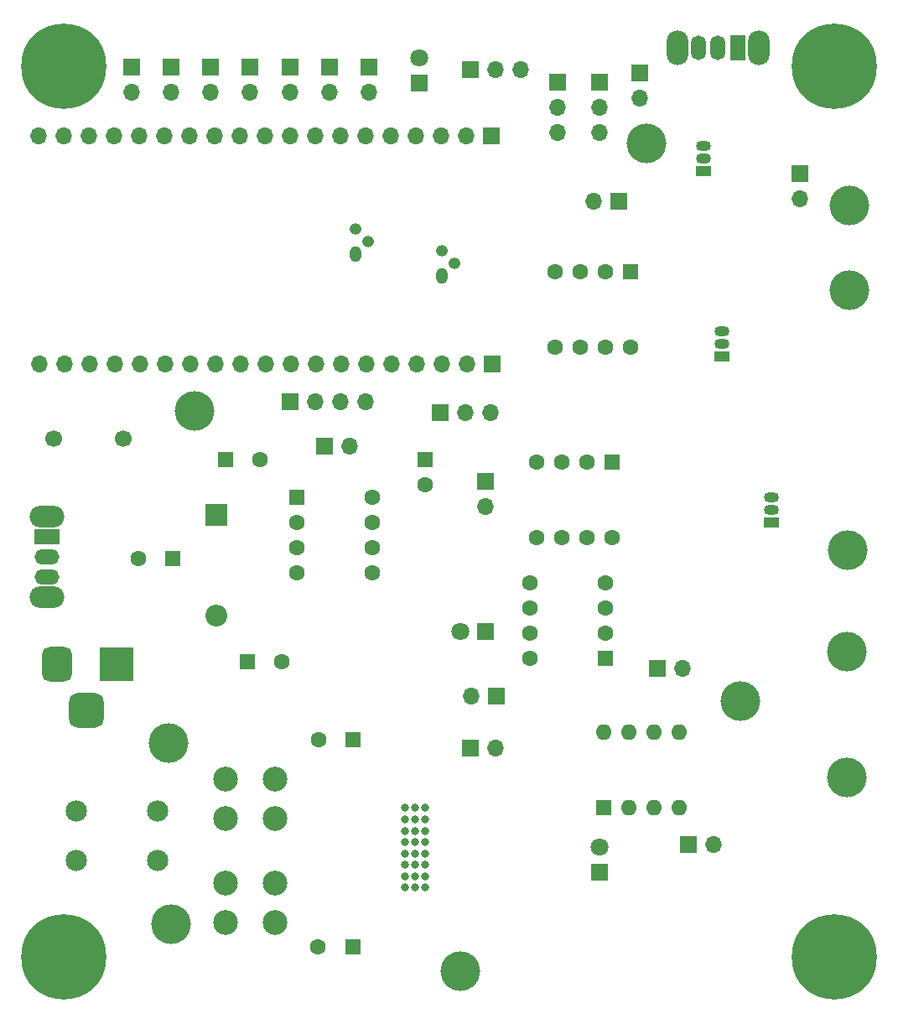
<source format=gbr>
%TF.GenerationSoftware,KiCad,Pcbnew,8.0.6*%
%TF.CreationDate,2024-11-21T01:01:48-08:00*%
%TF.ProjectId,ECE 411 Project,45434520-3431-4312-9050-726f6a656374,r1.6*%
%TF.SameCoordinates,Original*%
%TF.FileFunction,Soldermask,Bot*%
%TF.FilePolarity,Negative*%
%FSLAX46Y46*%
G04 Gerber Fmt 4.6, Leading zero omitted, Abs format (unit mm)*
G04 Created by KiCad (PCBNEW 8.0.6) date 2024-11-21 01:01:48*
%MOMM*%
%LPD*%
G01*
G04 APERTURE LIST*
G04 Aperture macros list*
%AMRoundRect*
0 Rectangle with rounded corners*
0 $1 Rounding radius*
0 $2 $3 $4 $5 $6 $7 $8 $9 X,Y pos of 4 corners*
0 Add a 4 corners polygon primitive as box body*
4,1,4,$2,$3,$4,$5,$6,$7,$8,$9,$2,$3,0*
0 Add four circle primitives for the rounded corners*
1,1,$1+$1,$2,$3*
1,1,$1+$1,$4,$5*
1,1,$1+$1,$6,$7*
1,1,$1+$1,$8,$9*
0 Add four rect primitives between the rounded corners*
20,1,$1+$1,$2,$3,$4,$5,0*
20,1,$1+$1,$4,$5,$6,$7,0*
20,1,$1+$1,$6,$7,$8,$9,0*
20,1,$1+$1,$8,$9,$2,$3,0*%
G04 Aperture macros list end*
%ADD10R,1.700000X1.700000*%
%ADD11O,1.700000X1.700000*%
%ADD12R,1.800000X1.800000*%
%ADD13C,1.800000*%
%ADD14C,4.000000*%
%ADD15R,1.600000X1.600000*%
%ADD16C,1.600000*%
%ADD17R,1.500000X1.050000*%
%ADD18O,1.500000X1.050000*%
%ADD19O,1.200000X1.600000*%
%ADD20O,1.200000X1.200000*%
%ADD21O,1.600000X1.600000*%
%ADD22R,3.500000X3.500000*%
%ADD23RoundRect,0.750000X-0.750000X-1.000000X0.750000X-1.000000X0.750000X1.000000X-0.750000X1.000000X0*%
%ADD24RoundRect,0.875000X-0.875000X-0.875000X0.875000X-0.875000X0.875000X0.875000X-0.875000X0.875000X0*%
%ADD25C,2.500000*%
%ADD26R,2.200000X2.200000*%
%ADD27O,2.200000X2.200000*%
%ADD28C,4.700000*%
%ADD29C,8.600000*%
%ADD30C,1.700000*%
%ADD31C,2.154000*%
%ADD32C,0.800000*%
%ADD33O,3.500000X2.200000*%
%ADD34R,2.500000X1.500000*%
%ADD35O,2.500000X1.500000*%
%ADD36O,2.200000X3.500000*%
%ADD37R,1.500000X2.500000*%
%ADD38O,1.500000X2.500000*%
G04 APERTURE END LIST*
D10*
%TO.C,RV5*%
X86550000Y-30300000D03*
D11*
X86550000Y-32840000D03*
X86550000Y-35380000D03*
%TD*%
D12*
%TO.C,D3*%
X90750000Y-110000000D03*
D13*
X90750000Y-107460000D03*
%TD*%
D10*
%TO.C,SW3*%
X51500000Y-28750000D03*
D11*
X51500000Y-31290000D03*
%TD*%
D14*
%TO.C,FUZ-CHO1*%
X95500000Y-36500000D03*
%TD*%
D15*
%TO.C,C42*%
X47700000Y-78400000D03*
D16*
X44200000Y-78400000D03*
%TD*%
D17*
%TO.C,Q3*%
X103160000Y-57970000D03*
D18*
X103160000Y-56700000D03*
X103160000Y-55430000D03*
%TD*%
D19*
%TO.C,Q6*%
X74892500Y-49870000D03*
D20*
X76162500Y-48600000D03*
X74892500Y-47330000D03*
%TD*%
D14*
%TO.C,GND1*%
X76750000Y-120000000D03*
%TD*%
%TO.C,SPK+1*%
X47500000Y-115300000D03*
%TD*%
D15*
%TO.C,U5*%
X91200000Y-103550000D03*
D21*
X93740000Y-103550000D03*
X96280000Y-103550000D03*
X98820000Y-103550000D03*
X98820000Y-95930000D03*
X96280000Y-95930000D03*
X93740000Y-95930000D03*
X91200000Y-95930000D03*
%TD*%
D10*
%TO.C,SW2*%
X47500000Y-28750000D03*
D11*
X47500000Y-31290000D03*
%TD*%
D15*
%TO.C,C8*%
X55200000Y-88750000D03*
D16*
X58700000Y-88750000D03*
%TD*%
D22*
%TO.C,J1*%
X42000000Y-89000000D03*
D23*
X36000000Y-89000000D03*
D24*
X39000000Y-93700000D03*
%TD*%
D10*
%TO.C,CHTPS1*%
X74700000Y-63600000D03*
D11*
X77240000Y-63600000D03*
X79780000Y-63600000D03*
%TD*%
D14*
%TO.C,LINE_{OUT}1*%
X105000000Y-92750000D03*
%TD*%
D25*
%TO.C,L1*%
X58000000Y-111150000D03*
X58000000Y-115150000D03*
X53000000Y-111150000D03*
X53000000Y-115150000D03*
%TD*%
D10*
%TO.C,RV3*%
X96650000Y-89475000D03*
D11*
X99190000Y-89475000D03*
%TD*%
D17*
%TO.C,Q4*%
X108160000Y-74770000D03*
D18*
X108160000Y-73500000D03*
X108160000Y-72230000D03*
%TD*%
D15*
%TO.C,U3*%
X92010000Y-68595000D03*
D16*
X89470000Y-68595000D03*
X86930000Y-68595000D03*
X84390000Y-68595000D03*
X84390000Y-76215000D03*
X86930000Y-76215000D03*
X89470000Y-76215000D03*
X92010000Y-76215000D03*
%TD*%
D26*
%TO.C,D2*%
X52100000Y-74000000D03*
D27*
X52100000Y-84160000D03*
%TD*%
D28*
%TO.C,M4*%
X114500000Y-28700000D03*
D29*
X114500000Y-28700000D03*
%TD*%
D10*
%TO.C,J7*%
X92750000Y-42275000D03*
D11*
X90210000Y-42275000D03*
%TD*%
D14*
%TO.C,V9*%
X116000000Y-51250000D03*
%TD*%
D12*
%TO.C,D4*%
X79250000Y-85750000D03*
D13*
X76710000Y-85750000D03*
%TD*%
D10*
%TO.C,SW5*%
X59500000Y-28750000D03*
D11*
X59500000Y-31290000D03*
%TD*%
D30*
%TO.C,J4*%
X35700000Y-66300000D03*
X42700000Y-66300000D03*
%TD*%
D14*
%TO.C,SPK-1*%
X47250000Y-97000000D03*
%TD*%
D10*
%TO.C,RV2*%
X111000000Y-39500000D03*
D11*
X111000000Y-42040000D03*
%TD*%
D31*
%TO.C,J3*%
X46150000Y-103830000D03*
X37950000Y-103830000D03*
X46150000Y-108830000D03*
X37950000Y-108830000D03*
%TD*%
D25*
%TO.C,L2*%
X58000000Y-100650000D03*
X58000000Y-104650000D03*
X53000000Y-100650000D03*
X53000000Y-104650000D03*
%TD*%
D15*
%TO.C,C24*%
X65900000Y-96700000D03*
D16*
X62400000Y-96700000D03*
%TD*%
D10*
%TO.C,OLED1*%
X59500000Y-62500000D03*
D11*
X62040000Y-62500000D03*
X64580000Y-62500000D03*
X67120000Y-62500000D03*
%TD*%
D28*
%TO.C,M4*%
X36700000Y-118600000D03*
D29*
X36700000Y-118600000D03*
%TD*%
D15*
%TO.C,C22*%
X73150000Y-68400000D03*
D16*
X73150000Y-70900000D03*
%TD*%
D17*
%TO.C,Q2*%
X101250000Y-39250000D03*
D18*
X101250000Y-37980000D03*
X101250000Y-36710000D03*
%TD*%
D10*
%TO.C,J5*%
X77750000Y-97500000D03*
D11*
X80290000Y-97500000D03*
%TD*%
D10*
%TO.C,SW6*%
X63500000Y-28750000D03*
D11*
X63500000Y-31290000D03*
%TD*%
D15*
%TO.C,V3207D1*%
X93870000Y-49380000D03*
D16*
X91330000Y-49380000D03*
X88790000Y-49380000D03*
X86250000Y-49380000D03*
X86250000Y-57000000D03*
X88790000Y-57000000D03*
X91330000Y-57000000D03*
X93870000Y-57000000D03*
%TD*%
D32*
%TO.C,U9*%
X73152651Y-111600000D03*
X73152651Y-110450000D03*
X73152651Y-109300000D03*
X73152651Y-108150000D03*
X73152651Y-107000000D03*
X73152651Y-105850000D03*
X73152651Y-104700000D03*
X73152651Y-103550000D03*
X72152651Y-111600000D03*
X72152651Y-110450000D03*
X72152651Y-109300000D03*
X72152651Y-108150000D03*
X72152651Y-107000000D03*
X72152651Y-105850000D03*
X72152651Y-104700000D03*
X72152651Y-103550000D03*
X71152651Y-111600000D03*
X71152651Y-110450000D03*
X71152651Y-109300000D03*
X71152651Y-108150000D03*
X71152651Y-107000000D03*
X71152651Y-105850000D03*
X71152651Y-104700000D03*
X71152651Y-103550000D03*
%TD*%
D10*
%TO.C,J6*%
X79225000Y-70550000D03*
D11*
X79225000Y-73090000D03*
%TD*%
D10*
%TO.C,J2*%
X63000000Y-67000000D03*
D11*
X65540000Y-67000000D03*
%TD*%
D14*
%TO.C,GENOUT1*%
X116000000Y-42750000D03*
%TD*%
D28*
%TO.C,M4*%
X36700000Y-28700000D03*
D29*
X36700000Y-28700000D03*
%TD*%
D10*
%TO.C,RV7*%
X80350000Y-92225000D03*
D11*
X77810000Y-92225000D03*
%TD*%
D10*
%TO.C,U6*%
X79880000Y-35700000D03*
D11*
X77340000Y-35700000D03*
X74800000Y-35700000D03*
X72260000Y-35700000D03*
X69720000Y-35700000D03*
X67180000Y-35700000D03*
X64640000Y-35700000D03*
X62100000Y-35700000D03*
X59560000Y-35700000D03*
X57020000Y-35700000D03*
X54480000Y-35700000D03*
X51940000Y-35700000D03*
X49400000Y-35700000D03*
X46860000Y-35700000D03*
X44320000Y-35700000D03*
X41780000Y-35700000D03*
X39240000Y-35700000D03*
X36700000Y-35700000D03*
X34160000Y-35700000D03*
X34240000Y-58700000D03*
X36780000Y-58700000D03*
X39320000Y-58700000D03*
X41860000Y-58700000D03*
X44400000Y-58700000D03*
X46940000Y-58700000D03*
X49480000Y-58700000D03*
X52020000Y-58700000D03*
X54560000Y-58700000D03*
X57100000Y-58700000D03*
X59640000Y-58700000D03*
X62180000Y-58700000D03*
X64720000Y-58700000D03*
X67260000Y-58700000D03*
X69800000Y-58700000D03*
X72340000Y-58700000D03*
X74880000Y-58700000D03*
X77420000Y-58700000D03*
D10*
X79960000Y-58700000D03*
%TD*%
D14*
%TO.C,CHO-TRE1*%
X115800000Y-77500000D03*
%TD*%
D15*
%TO.C,U2*%
X60195000Y-72190000D03*
D16*
X60195000Y-74730000D03*
X60195000Y-77270000D03*
X60195000Y-79810000D03*
X67815000Y-79810000D03*
X67815000Y-77270000D03*
X67815000Y-74730000D03*
X67815000Y-72190000D03*
%TD*%
D10*
%TO.C,RV8*%
X77750000Y-29000000D03*
D11*
X80290000Y-29000000D03*
X82830000Y-29000000D03*
%TD*%
D10*
%TO.C,RV1*%
X94875000Y-29350000D03*
D11*
X94875000Y-31890000D03*
%TD*%
D12*
%TO.C,D5*%
X72600000Y-30400000D03*
D13*
X72600000Y-27860000D03*
%TD*%
D10*
%TO.C,SW1*%
X43500000Y-28750000D03*
D11*
X43500000Y-31290000D03*
%TD*%
D10*
%TO.C,RV6*%
X99750000Y-107250000D03*
D11*
X102290000Y-107250000D03*
%TD*%
D14*
%TO.C,VGND1*%
X115750000Y-100500000D03*
%TD*%
D33*
%TO.C,SW9*%
X35000000Y-74100000D03*
X35000000Y-82300000D03*
D34*
X35000000Y-76200000D03*
D35*
X35000000Y-78200000D03*
X35000000Y-80200000D03*
%TD*%
D15*
%TO.C,C5*%
X53000000Y-68400000D03*
D16*
X56500000Y-68400000D03*
%TD*%
D14*
%TO.C,LINE_{IN}1*%
X49900000Y-63500000D03*
%TD*%
D15*
%TO.C,V3207D2*%
X91405000Y-88410000D03*
D16*
X91405000Y-85870000D03*
X91405000Y-83330000D03*
X91405000Y-80790000D03*
X83785000Y-80790000D03*
X83785000Y-83330000D03*
X83785000Y-85870000D03*
X83785000Y-88410000D03*
%TD*%
D19*
%TO.C,Q5*%
X66162500Y-47600000D03*
D20*
X67432500Y-46330000D03*
X66162500Y-45060000D03*
%TD*%
D10*
%TO.C,SW7*%
X67500000Y-28750000D03*
D11*
X67500000Y-31290000D03*
%TD*%
D10*
%TO.C,SW4*%
X55500000Y-28750000D03*
D11*
X55500000Y-31290000D03*
%TD*%
D15*
%TO.C,C25*%
X65852651Y-117550000D03*
D16*
X62352651Y-117550000D03*
%TD*%
D10*
%TO.C,RV4*%
X90750000Y-30300000D03*
D11*
X90750000Y-32840000D03*
X90750000Y-35380000D03*
%TD*%
D14*
%TO.C,V4.5*%
X115750000Y-87750000D03*
%TD*%
D36*
%TO.C,SW10*%
X106850000Y-26850000D03*
X98650000Y-26850000D03*
D37*
X104750000Y-26850000D03*
D38*
X102750000Y-26850000D03*
X100750000Y-26850000D03*
%TD*%
D29*
%TO.C,M4*%
X114500000Y-118600000D03*
D28*
X114500000Y-118600000D03*
%TD*%
M02*

</source>
